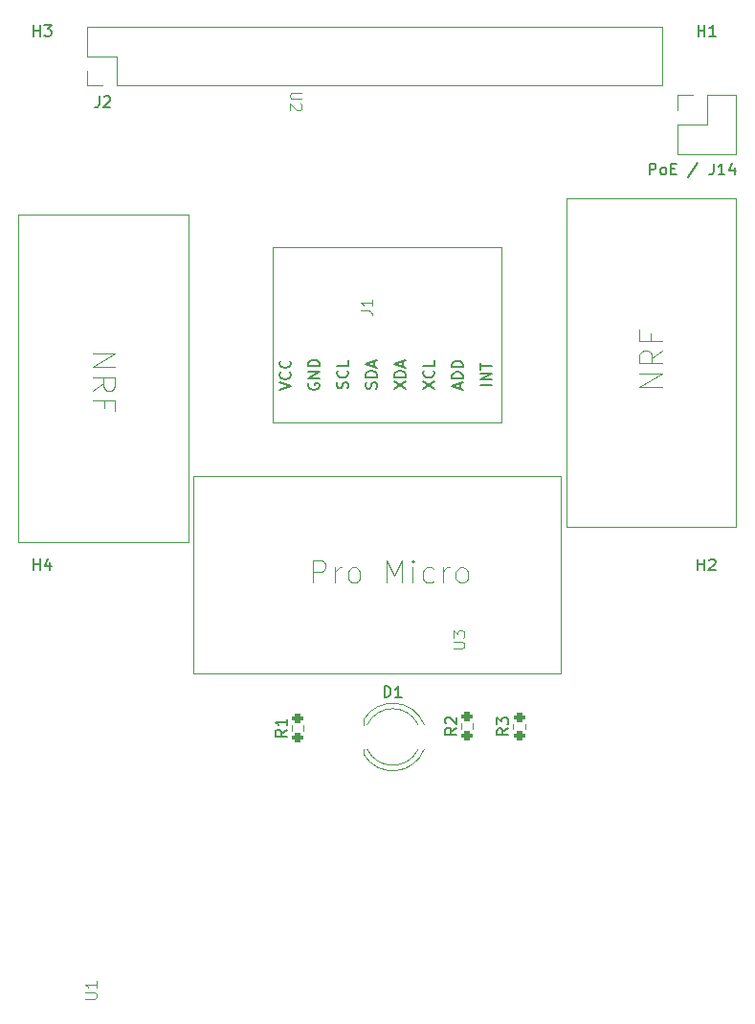
<source format=gbr>
G04 #@! TF.GenerationSoftware,KiCad,Pcbnew,8.0.2*
G04 #@! TF.CreationDate,2024-06-19T11:25:55-04:00*
G04 #@! TF.ProjectId,StringsVR-PiHat,53747269-6e67-4735-9652-2d5069486174,1*
G04 #@! TF.SameCoordinates,Original*
G04 #@! TF.FileFunction,Legend,Top*
G04 #@! TF.FilePolarity,Positive*
%FSLAX46Y46*%
G04 Gerber Fmt 4.6, Leading zero omitted, Abs format (unit mm)*
G04 Created by KiCad (PCBNEW 8.0.2) date 2024-06-19 11:25:55*
%MOMM*%
%LPD*%
G01*
G04 APERTURE LIST*
G04 Aperture macros list*
%AMRoundRect*
0 Rectangle with rounded corners*
0 $1 Rounding radius*
0 $2 $3 $4 $5 $6 $7 $8 $9 X,Y pos of 4 corners*
0 Add a 4 corners polygon primitive as box body*
4,1,4,$2,$3,$4,$5,$6,$7,$8,$9,$2,$3,0*
0 Add four circle primitives for the rounded corners*
1,1,$1+$1,$2,$3*
1,1,$1+$1,$4,$5*
1,1,$1+$1,$6,$7*
1,1,$1+$1,$8,$9*
0 Add four rect primitives between the rounded corners*
20,1,$1+$1,$2,$3,$4,$5,0*
20,1,$1+$1,$4,$5,$6,$7,0*
20,1,$1+$1,$6,$7,$8,$9,0*
20,1,$1+$1,$8,$9,$2,$3,0*%
G04 Aperture macros list end*
%ADD10C,0.150000*%
%ADD11C,0.100000*%
%ADD12C,0.120000*%
%ADD13R,1.700000X1.700000*%
%ADD14O,1.700000X1.700000*%
%ADD15C,2.700000*%
%ADD16RoundRect,0.200000X0.275000X-0.200000X0.275000X0.200000X-0.275000X0.200000X-0.275000X-0.200000X0*%
%ADD17C,2.000000*%
%ADD18R,1.070000X1.800000*%
%ADD19O,1.070000X1.800000*%
%ADD20C,1.500000*%
G04 APERTURE END LIST*
D10*
X171844285Y-85514819D02*
X171844285Y-84514819D01*
X171844285Y-84514819D02*
X172225237Y-84514819D01*
X172225237Y-84514819D02*
X172320475Y-84562438D01*
X172320475Y-84562438D02*
X172368094Y-84610057D01*
X172368094Y-84610057D02*
X172415713Y-84705295D01*
X172415713Y-84705295D02*
X172415713Y-84848152D01*
X172415713Y-84848152D02*
X172368094Y-84943390D01*
X172368094Y-84943390D02*
X172320475Y-84991009D01*
X172320475Y-84991009D02*
X172225237Y-85038628D01*
X172225237Y-85038628D02*
X171844285Y-85038628D01*
X172987142Y-85514819D02*
X172891904Y-85467200D01*
X172891904Y-85467200D02*
X172844285Y-85419580D01*
X172844285Y-85419580D02*
X172796666Y-85324342D01*
X172796666Y-85324342D02*
X172796666Y-85038628D01*
X172796666Y-85038628D02*
X172844285Y-84943390D01*
X172844285Y-84943390D02*
X172891904Y-84895771D01*
X172891904Y-84895771D02*
X172987142Y-84848152D01*
X172987142Y-84848152D02*
X173129999Y-84848152D01*
X173129999Y-84848152D02*
X173225237Y-84895771D01*
X173225237Y-84895771D02*
X173272856Y-84943390D01*
X173272856Y-84943390D02*
X173320475Y-85038628D01*
X173320475Y-85038628D02*
X173320475Y-85324342D01*
X173320475Y-85324342D02*
X173272856Y-85419580D01*
X173272856Y-85419580D02*
X173225237Y-85467200D01*
X173225237Y-85467200D02*
X173129999Y-85514819D01*
X173129999Y-85514819D02*
X172987142Y-85514819D01*
X173749047Y-84991009D02*
X174082380Y-84991009D01*
X174225237Y-85514819D02*
X173749047Y-85514819D01*
X173749047Y-85514819D02*
X173749047Y-84514819D01*
X173749047Y-84514819D02*
X174225237Y-84514819D01*
X176129999Y-84467200D02*
X175272857Y-85752914D01*
X177510952Y-84514819D02*
X177510952Y-85229104D01*
X177510952Y-85229104D02*
X177463333Y-85371961D01*
X177463333Y-85371961D02*
X177368095Y-85467200D01*
X177368095Y-85467200D02*
X177225238Y-85514819D01*
X177225238Y-85514819D02*
X177130000Y-85514819D01*
X178510952Y-85514819D02*
X177939524Y-85514819D01*
X178225238Y-85514819D02*
X178225238Y-84514819D01*
X178225238Y-84514819D02*
X178130000Y-84657676D01*
X178130000Y-84657676D02*
X178034762Y-84752914D01*
X178034762Y-84752914D02*
X177939524Y-84800533D01*
X179368095Y-84848152D02*
X179368095Y-85514819D01*
X179130000Y-84467200D02*
X178891905Y-85181485D01*
X178891905Y-85181485D02*
X179510952Y-85181485D01*
X117348095Y-73264819D02*
X117348095Y-72264819D01*
X117348095Y-72741009D02*
X117919523Y-72741009D01*
X117919523Y-73264819D02*
X117919523Y-72264819D01*
X118300476Y-72264819D02*
X118919523Y-72264819D01*
X118919523Y-72264819D02*
X118586190Y-72645771D01*
X118586190Y-72645771D02*
X118729047Y-72645771D01*
X118729047Y-72645771D02*
X118824285Y-72693390D01*
X118824285Y-72693390D02*
X118871904Y-72741009D01*
X118871904Y-72741009D02*
X118919523Y-72836247D01*
X118919523Y-72836247D02*
X118919523Y-73074342D01*
X118919523Y-73074342D02*
X118871904Y-73169580D01*
X118871904Y-73169580D02*
X118824285Y-73217200D01*
X118824285Y-73217200D02*
X118729047Y-73264819D01*
X118729047Y-73264819D02*
X118443333Y-73264819D01*
X118443333Y-73264819D02*
X118348095Y-73217200D01*
X118348095Y-73217200D02*
X118300476Y-73169580D01*
X154744819Y-134401666D02*
X154268628Y-134734999D01*
X154744819Y-134973094D02*
X153744819Y-134973094D01*
X153744819Y-134973094D02*
X153744819Y-134592142D01*
X153744819Y-134592142D02*
X153792438Y-134496904D01*
X153792438Y-134496904D02*
X153840057Y-134449285D01*
X153840057Y-134449285D02*
X153935295Y-134401666D01*
X153935295Y-134401666D02*
X154078152Y-134401666D01*
X154078152Y-134401666D02*
X154173390Y-134449285D01*
X154173390Y-134449285D02*
X154221009Y-134496904D01*
X154221009Y-134496904D02*
X154268628Y-134592142D01*
X154268628Y-134592142D02*
X154268628Y-134973094D01*
X153840057Y-134020713D02*
X153792438Y-133973094D01*
X153792438Y-133973094D02*
X153744819Y-133877856D01*
X153744819Y-133877856D02*
X153744819Y-133639761D01*
X153744819Y-133639761D02*
X153792438Y-133544523D01*
X153792438Y-133544523D02*
X153840057Y-133496904D01*
X153840057Y-133496904D02*
X153935295Y-133449285D01*
X153935295Y-133449285D02*
X154030533Y-133449285D01*
X154030533Y-133449285D02*
X154173390Y-133496904D01*
X154173390Y-133496904D02*
X154744819Y-134068332D01*
X154744819Y-134068332D02*
X154744819Y-133449285D01*
X159344819Y-134451666D02*
X158868628Y-134784999D01*
X159344819Y-135023094D02*
X158344819Y-135023094D01*
X158344819Y-135023094D02*
X158344819Y-134642142D01*
X158344819Y-134642142D02*
X158392438Y-134546904D01*
X158392438Y-134546904D02*
X158440057Y-134499285D01*
X158440057Y-134499285D02*
X158535295Y-134451666D01*
X158535295Y-134451666D02*
X158678152Y-134451666D01*
X158678152Y-134451666D02*
X158773390Y-134499285D01*
X158773390Y-134499285D02*
X158821009Y-134546904D01*
X158821009Y-134546904D02*
X158868628Y-134642142D01*
X158868628Y-134642142D02*
X158868628Y-135023094D01*
X158344819Y-134118332D02*
X158344819Y-133499285D01*
X158344819Y-133499285D02*
X158725771Y-133832618D01*
X158725771Y-133832618D02*
X158725771Y-133689761D01*
X158725771Y-133689761D02*
X158773390Y-133594523D01*
X158773390Y-133594523D02*
X158821009Y-133546904D01*
X158821009Y-133546904D02*
X158916247Y-133499285D01*
X158916247Y-133499285D02*
X159154342Y-133499285D01*
X159154342Y-133499285D02*
X159249580Y-133546904D01*
X159249580Y-133546904D02*
X159297200Y-133594523D01*
X159297200Y-133594523D02*
X159344819Y-133689761D01*
X159344819Y-133689761D02*
X159344819Y-133975475D01*
X159344819Y-133975475D02*
X159297200Y-134070713D01*
X159297200Y-134070713D02*
X159249580Y-134118332D01*
D11*
X141062580Y-78248095D02*
X140253057Y-78248095D01*
X140253057Y-78248095D02*
X140157819Y-78295714D01*
X140157819Y-78295714D02*
X140110200Y-78343333D01*
X140110200Y-78343333D02*
X140062580Y-78438571D01*
X140062580Y-78438571D02*
X140062580Y-78629047D01*
X140062580Y-78629047D02*
X140110200Y-78724285D01*
X140110200Y-78724285D02*
X140157819Y-78771904D01*
X140157819Y-78771904D02*
X140253057Y-78819523D01*
X140253057Y-78819523D02*
X141062580Y-78819523D01*
X140967342Y-79248095D02*
X141014961Y-79295714D01*
X141014961Y-79295714D02*
X141062580Y-79390952D01*
X141062580Y-79390952D02*
X141062580Y-79629047D01*
X141062580Y-79629047D02*
X141014961Y-79724285D01*
X141014961Y-79724285D02*
X140967342Y-79771904D01*
X140967342Y-79771904D02*
X140872104Y-79819523D01*
X140872104Y-79819523D02*
X140776866Y-79819523D01*
X140776866Y-79819523D02*
X140634009Y-79771904D01*
X140634009Y-79771904D02*
X140062580Y-79200476D01*
X140062580Y-79200476D02*
X140062580Y-79819523D01*
X122569961Y-101351979D02*
X124569961Y-101351979D01*
X124569961Y-101351979D02*
X122569961Y-102494836D01*
X122569961Y-102494836D02*
X124569961Y-102494836D01*
X122569961Y-104590074D02*
X123522342Y-103923407D01*
X122569961Y-103447217D02*
X124569961Y-103447217D01*
X124569961Y-103447217D02*
X124569961Y-104209122D01*
X124569961Y-104209122D02*
X124474723Y-104399598D01*
X124474723Y-104399598D02*
X124379485Y-104494836D01*
X124379485Y-104494836D02*
X124189009Y-104590074D01*
X124189009Y-104590074D02*
X123903295Y-104590074D01*
X123903295Y-104590074D02*
X123712819Y-104494836D01*
X123712819Y-104494836D02*
X123617580Y-104399598D01*
X123617580Y-104399598D02*
X123522342Y-104209122D01*
X123522342Y-104209122D02*
X123522342Y-103447217D01*
X123617580Y-106113884D02*
X123617580Y-105447217D01*
X122569961Y-105447217D02*
X124569961Y-105447217D01*
X124569961Y-105447217D02*
X124569961Y-106399598D01*
X154477419Y-127371904D02*
X155286942Y-127371904D01*
X155286942Y-127371904D02*
X155382180Y-127324285D01*
X155382180Y-127324285D02*
X155429800Y-127276666D01*
X155429800Y-127276666D02*
X155477419Y-127181428D01*
X155477419Y-127181428D02*
X155477419Y-126990952D01*
X155477419Y-126990952D02*
X155429800Y-126895714D01*
X155429800Y-126895714D02*
X155382180Y-126848095D01*
X155382180Y-126848095D02*
X155286942Y-126800476D01*
X155286942Y-126800476D02*
X154477419Y-126800476D01*
X154477419Y-126419523D02*
X154477419Y-125800476D01*
X154477419Y-125800476D02*
X154858371Y-126133809D01*
X154858371Y-126133809D02*
X154858371Y-125990952D01*
X154858371Y-125990952D02*
X154905990Y-125895714D01*
X154905990Y-125895714D02*
X154953609Y-125848095D01*
X154953609Y-125848095D02*
X155048847Y-125800476D01*
X155048847Y-125800476D02*
X155286942Y-125800476D01*
X155286942Y-125800476D02*
X155382180Y-125848095D01*
X155382180Y-125848095D02*
X155429800Y-125895714D01*
X155429800Y-125895714D02*
X155477419Y-125990952D01*
X155477419Y-125990952D02*
X155477419Y-126276666D01*
X155477419Y-126276666D02*
X155429800Y-126371904D01*
X155429800Y-126371904D02*
X155382180Y-126419523D01*
X172970038Y-104268020D02*
X170970038Y-104268020D01*
X170970038Y-104268020D02*
X172970038Y-103125163D01*
X172970038Y-103125163D02*
X170970038Y-103125163D01*
X172970038Y-101029925D02*
X172017657Y-101696592D01*
X172970038Y-102172782D02*
X170970038Y-102172782D01*
X170970038Y-102172782D02*
X170970038Y-101410877D01*
X170970038Y-101410877D02*
X171065276Y-101220401D01*
X171065276Y-101220401D02*
X171160514Y-101125163D01*
X171160514Y-101125163D02*
X171350990Y-101029925D01*
X171350990Y-101029925D02*
X171636704Y-101029925D01*
X171636704Y-101029925D02*
X171827180Y-101125163D01*
X171827180Y-101125163D02*
X171922419Y-101220401D01*
X171922419Y-101220401D02*
X172017657Y-101410877D01*
X172017657Y-101410877D02*
X172017657Y-102172782D01*
X171922419Y-99506115D02*
X171922419Y-100172782D01*
X172970038Y-100172782D02*
X170970038Y-100172782D01*
X170970038Y-100172782D02*
X170970038Y-99220401D01*
D10*
X148386905Y-131704819D02*
X148386905Y-130704819D01*
X148386905Y-130704819D02*
X148625000Y-130704819D01*
X148625000Y-130704819D02*
X148767857Y-130752438D01*
X148767857Y-130752438D02*
X148863095Y-130847676D01*
X148863095Y-130847676D02*
X148910714Y-130942914D01*
X148910714Y-130942914D02*
X148958333Y-131133390D01*
X148958333Y-131133390D02*
X148958333Y-131276247D01*
X148958333Y-131276247D02*
X148910714Y-131466723D01*
X148910714Y-131466723D02*
X148863095Y-131561961D01*
X148863095Y-131561961D02*
X148767857Y-131657200D01*
X148767857Y-131657200D02*
X148625000Y-131704819D01*
X148625000Y-131704819D02*
X148386905Y-131704819D01*
X149910714Y-131704819D02*
X149339286Y-131704819D01*
X149625000Y-131704819D02*
X149625000Y-130704819D01*
X149625000Y-130704819D02*
X149529762Y-130847676D01*
X149529762Y-130847676D02*
X149434524Y-130942914D01*
X149434524Y-130942914D02*
X149339286Y-130990533D01*
X139744819Y-134576666D02*
X139268628Y-134909999D01*
X139744819Y-135148094D02*
X138744819Y-135148094D01*
X138744819Y-135148094D02*
X138744819Y-134767142D01*
X138744819Y-134767142D02*
X138792438Y-134671904D01*
X138792438Y-134671904D02*
X138840057Y-134624285D01*
X138840057Y-134624285D02*
X138935295Y-134576666D01*
X138935295Y-134576666D02*
X139078152Y-134576666D01*
X139078152Y-134576666D02*
X139173390Y-134624285D01*
X139173390Y-134624285D02*
X139221009Y-134671904D01*
X139221009Y-134671904D02*
X139268628Y-134767142D01*
X139268628Y-134767142D02*
X139268628Y-135148094D01*
X139744819Y-133624285D02*
X139744819Y-134195713D01*
X139744819Y-133909999D02*
X138744819Y-133909999D01*
X138744819Y-133909999D02*
X138887676Y-134005237D01*
X138887676Y-134005237D02*
X138982914Y-134100475D01*
X138982914Y-134100475D02*
X139030533Y-134195713D01*
D11*
X121917419Y-158371904D02*
X122726942Y-158371904D01*
X122726942Y-158371904D02*
X122822180Y-158324285D01*
X122822180Y-158324285D02*
X122869800Y-158276666D01*
X122869800Y-158276666D02*
X122917419Y-158181428D01*
X122917419Y-158181428D02*
X122917419Y-157990952D01*
X122917419Y-157990952D02*
X122869800Y-157895714D01*
X122869800Y-157895714D02*
X122822180Y-157848095D01*
X122822180Y-157848095D02*
X122726942Y-157800476D01*
X122726942Y-157800476D02*
X121917419Y-157800476D01*
X122917419Y-156800476D02*
X122917419Y-157371904D01*
X122917419Y-157086190D02*
X121917419Y-157086190D01*
X121917419Y-157086190D02*
X122060276Y-157181428D01*
X122060276Y-157181428D02*
X122155514Y-157276666D01*
X122155514Y-157276666D02*
X122203133Y-157371904D01*
X142051979Y-121560038D02*
X142051979Y-119560038D01*
X142051979Y-119560038D02*
X142813884Y-119560038D01*
X142813884Y-119560038D02*
X143004360Y-119655276D01*
X143004360Y-119655276D02*
X143099598Y-119750514D01*
X143099598Y-119750514D02*
X143194836Y-119940990D01*
X143194836Y-119940990D02*
X143194836Y-120226704D01*
X143194836Y-120226704D02*
X143099598Y-120417180D01*
X143099598Y-120417180D02*
X143004360Y-120512419D01*
X143004360Y-120512419D02*
X142813884Y-120607657D01*
X142813884Y-120607657D02*
X142051979Y-120607657D01*
X144051979Y-121560038D02*
X144051979Y-120226704D01*
X144051979Y-120607657D02*
X144147217Y-120417180D01*
X144147217Y-120417180D02*
X144242455Y-120321942D01*
X144242455Y-120321942D02*
X144432931Y-120226704D01*
X144432931Y-120226704D02*
X144623408Y-120226704D01*
X145575788Y-121560038D02*
X145385312Y-121464800D01*
X145385312Y-121464800D02*
X145290074Y-121369561D01*
X145290074Y-121369561D02*
X145194836Y-121179085D01*
X145194836Y-121179085D02*
X145194836Y-120607657D01*
X145194836Y-120607657D02*
X145290074Y-120417180D01*
X145290074Y-120417180D02*
X145385312Y-120321942D01*
X145385312Y-120321942D02*
X145575788Y-120226704D01*
X145575788Y-120226704D02*
X145861503Y-120226704D01*
X145861503Y-120226704D02*
X146051979Y-120321942D01*
X146051979Y-120321942D02*
X146147217Y-120417180D01*
X146147217Y-120417180D02*
X146242455Y-120607657D01*
X146242455Y-120607657D02*
X146242455Y-121179085D01*
X146242455Y-121179085D02*
X146147217Y-121369561D01*
X146147217Y-121369561D02*
X146051979Y-121464800D01*
X146051979Y-121464800D02*
X145861503Y-121560038D01*
X145861503Y-121560038D02*
X145575788Y-121560038D01*
X148623408Y-121560038D02*
X148623408Y-119560038D01*
X148623408Y-119560038D02*
X149290075Y-120988609D01*
X149290075Y-120988609D02*
X149956741Y-119560038D01*
X149956741Y-119560038D02*
X149956741Y-121560038D01*
X150909122Y-121560038D02*
X150909122Y-120226704D01*
X150909122Y-119560038D02*
X150813884Y-119655276D01*
X150813884Y-119655276D02*
X150909122Y-119750514D01*
X150909122Y-119750514D02*
X151004360Y-119655276D01*
X151004360Y-119655276D02*
X150909122Y-119560038D01*
X150909122Y-119560038D02*
X150909122Y-119750514D01*
X152718646Y-121464800D02*
X152528170Y-121560038D01*
X152528170Y-121560038D02*
X152147217Y-121560038D01*
X152147217Y-121560038D02*
X151956741Y-121464800D01*
X151956741Y-121464800D02*
X151861503Y-121369561D01*
X151861503Y-121369561D02*
X151766265Y-121179085D01*
X151766265Y-121179085D02*
X151766265Y-120607657D01*
X151766265Y-120607657D02*
X151861503Y-120417180D01*
X151861503Y-120417180D02*
X151956741Y-120321942D01*
X151956741Y-120321942D02*
X152147217Y-120226704D01*
X152147217Y-120226704D02*
X152528170Y-120226704D01*
X152528170Y-120226704D02*
X152718646Y-120321942D01*
X153575789Y-121560038D02*
X153575789Y-120226704D01*
X153575789Y-120607657D02*
X153671027Y-120417180D01*
X153671027Y-120417180D02*
X153766265Y-120321942D01*
X153766265Y-120321942D02*
X153956741Y-120226704D01*
X153956741Y-120226704D02*
X154147218Y-120226704D01*
X155099598Y-121560038D02*
X154909122Y-121464800D01*
X154909122Y-121464800D02*
X154813884Y-121369561D01*
X154813884Y-121369561D02*
X154718646Y-121179085D01*
X154718646Y-121179085D02*
X154718646Y-120607657D01*
X154718646Y-120607657D02*
X154813884Y-120417180D01*
X154813884Y-120417180D02*
X154909122Y-120321942D01*
X154909122Y-120321942D02*
X155099598Y-120226704D01*
X155099598Y-120226704D02*
X155385313Y-120226704D01*
X155385313Y-120226704D02*
X155575789Y-120321942D01*
X155575789Y-120321942D02*
X155671027Y-120417180D01*
X155671027Y-120417180D02*
X155766265Y-120607657D01*
X155766265Y-120607657D02*
X155766265Y-121179085D01*
X155766265Y-121179085D02*
X155671027Y-121369561D01*
X155671027Y-121369561D02*
X155575789Y-121464800D01*
X155575789Y-121464800D02*
X155385313Y-121560038D01*
X155385313Y-121560038D02*
X155099598Y-121560038D01*
D10*
X176118095Y-120484819D02*
X176118095Y-119484819D01*
X176118095Y-119961009D02*
X176689523Y-119961009D01*
X176689523Y-120484819D02*
X176689523Y-119484819D01*
X177118095Y-119580057D02*
X177165714Y-119532438D01*
X177165714Y-119532438D02*
X177260952Y-119484819D01*
X177260952Y-119484819D02*
X177499047Y-119484819D01*
X177499047Y-119484819D02*
X177594285Y-119532438D01*
X177594285Y-119532438D02*
X177641904Y-119580057D01*
X177641904Y-119580057D02*
X177689523Y-119675295D01*
X177689523Y-119675295D02*
X177689523Y-119770533D01*
X177689523Y-119770533D02*
X177641904Y-119913390D01*
X177641904Y-119913390D02*
X177070476Y-120484819D01*
X177070476Y-120484819D02*
X177689523Y-120484819D01*
X176158095Y-73264819D02*
X176158095Y-72264819D01*
X176158095Y-72741009D02*
X176729523Y-72741009D01*
X176729523Y-73264819D02*
X176729523Y-72264819D01*
X177729523Y-73264819D02*
X177158095Y-73264819D01*
X177443809Y-73264819D02*
X177443809Y-72264819D01*
X177443809Y-72264819D02*
X177348571Y-72407676D01*
X177348571Y-72407676D02*
X177253333Y-72502914D01*
X177253333Y-72502914D02*
X177158095Y-72550533D01*
X117338095Y-120464819D02*
X117338095Y-119464819D01*
X117338095Y-119941009D02*
X117909523Y-119941009D01*
X117909523Y-120464819D02*
X117909523Y-119464819D01*
X118814285Y-119798152D02*
X118814285Y-120464819D01*
X118576190Y-119417200D02*
X118338095Y-120131485D01*
X118338095Y-120131485D02*
X118957142Y-120131485D01*
X123156666Y-78564819D02*
X123156666Y-79279104D01*
X123156666Y-79279104D02*
X123109047Y-79421961D01*
X123109047Y-79421961D02*
X123013809Y-79517200D01*
X123013809Y-79517200D02*
X122870952Y-79564819D01*
X122870952Y-79564819D02*
X122775714Y-79564819D01*
X123585238Y-78660057D02*
X123632857Y-78612438D01*
X123632857Y-78612438D02*
X123728095Y-78564819D01*
X123728095Y-78564819D02*
X123966190Y-78564819D01*
X123966190Y-78564819D02*
X124061428Y-78612438D01*
X124061428Y-78612438D02*
X124109047Y-78660057D01*
X124109047Y-78660057D02*
X124156666Y-78755295D01*
X124156666Y-78755295D02*
X124156666Y-78850533D01*
X124156666Y-78850533D02*
X124109047Y-78993390D01*
X124109047Y-78993390D02*
X123537619Y-79564819D01*
X123537619Y-79564819D02*
X124156666Y-79564819D01*
D11*
X146277419Y-97543333D02*
X146991704Y-97543333D01*
X146991704Y-97543333D02*
X147134561Y-97590952D01*
X147134561Y-97590952D02*
X147229800Y-97686190D01*
X147229800Y-97686190D02*
X147277419Y-97829047D01*
X147277419Y-97829047D02*
X147277419Y-97924285D01*
X147277419Y-96543333D02*
X147277419Y-97114761D01*
X147277419Y-96829047D02*
X146277419Y-96829047D01*
X146277419Y-96829047D02*
X146420276Y-96924285D01*
X146420276Y-96924285D02*
X146515514Y-97019523D01*
X146515514Y-97019523D02*
X146563133Y-97114761D01*
D10*
X157899819Y-104104761D02*
X156899819Y-104104761D01*
X157899819Y-103628571D02*
X156899819Y-103628571D01*
X156899819Y-103628571D02*
X157899819Y-103057143D01*
X157899819Y-103057143D02*
X156899819Y-103057143D01*
X156899819Y-102723809D02*
X156899819Y-102152381D01*
X157899819Y-102438095D02*
X156899819Y-102438095D01*
X141707438Y-103961904D02*
X141659819Y-104057142D01*
X141659819Y-104057142D02*
X141659819Y-104199999D01*
X141659819Y-104199999D02*
X141707438Y-104342856D01*
X141707438Y-104342856D02*
X141802676Y-104438094D01*
X141802676Y-104438094D02*
X141897914Y-104485713D01*
X141897914Y-104485713D02*
X142088390Y-104533332D01*
X142088390Y-104533332D02*
X142231247Y-104533332D01*
X142231247Y-104533332D02*
X142421723Y-104485713D01*
X142421723Y-104485713D02*
X142516961Y-104438094D01*
X142516961Y-104438094D02*
X142612200Y-104342856D01*
X142612200Y-104342856D02*
X142659819Y-104199999D01*
X142659819Y-104199999D02*
X142659819Y-104104761D01*
X142659819Y-104104761D02*
X142612200Y-103961904D01*
X142612200Y-103961904D02*
X142564580Y-103914285D01*
X142564580Y-103914285D02*
X142231247Y-103914285D01*
X142231247Y-103914285D02*
X142231247Y-104104761D01*
X142659819Y-103485713D02*
X141659819Y-103485713D01*
X141659819Y-103485713D02*
X142659819Y-102914285D01*
X142659819Y-102914285D02*
X141659819Y-102914285D01*
X142659819Y-102438094D02*
X141659819Y-102438094D01*
X141659819Y-102438094D02*
X141659819Y-102199999D01*
X141659819Y-102199999D02*
X141707438Y-102057142D01*
X141707438Y-102057142D02*
X141802676Y-101961904D01*
X141802676Y-101961904D02*
X141897914Y-101914285D01*
X141897914Y-101914285D02*
X142088390Y-101866666D01*
X142088390Y-101866666D02*
X142231247Y-101866666D01*
X142231247Y-101866666D02*
X142421723Y-101914285D01*
X142421723Y-101914285D02*
X142516961Y-101961904D01*
X142516961Y-101961904D02*
X142612200Y-102057142D01*
X142612200Y-102057142D02*
X142659819Y-102199999D01*
X142659819Y-102199999D02*
X142659819Y-102438094D01*
X139119819Y-104533332D02*
X140119819Y-104199999D01*
X140119819Y-104199999D02*
X139119819Y-103866666D01*
X140024580Y-102961904D02*
X140072200Y-103009523D01*
X140072200Y-103009523D02*
X140119819Y-103152380D01*
X140119819Y-103152380D02*
X140119819Y-103247618D01*
X140119819Y-103247618D02*
X140072200Y-103390475D01*
X140072200Y-103390475D02*
X139976961Y-103485713D01*
X139976961Y-103485713D02*
X139881723Y-103533332D01*
X139881723Y-103533332D02*
X139691247Y-103580951D01*
X139691247Y-103580951D02*
X139548390Y-103580951D01*
X139548390Y-103580951D02*
X139357914Y-103533332D01*
X139357914Y-103533332D02*
X139262676Y-103485713D01*
X139262676Y-103485713D02*
X139167438Y-103390475D01*
X139167438Y-103390475D02*
X139119819Y-103247618D01*
X139119819Y-103247618D02*
X139119819Y-103152380D01*
X139119819Y-103152380D02*
X139167438Y-103009523D01*
X139167438Y-103009523D02*
X139215057Y-102961904D01*
X140024580Y-101961904D02*
X140072200Y-102009523D01*
X140072200Y-102009523D02*
X140119819Y-102152380D01*
X140119819Y-102152380D02*
X140119819Y-102247618D01*
X140119819Y-102247618D02*
X140072200Y-102390475D01*
X140072200Y-102390475D02*
X139976961Y-102485713D01*
X139976961Y-102485713D02*
X139881723Y-102533332D01*
X139881723Y-102533332D02*
X139691247Y-102580951D01*
X139691247Y-102580951D02*
X139548390Y-102580951D01*
X139548390Y-102580951D02*
X139357914Y-102533332D01*
X139357914Y-102533332D02*
X139262676Y-102485713D01*
X139262676Y-102485713D02*
X139167438Y-102390475D01*
X139167438Y-102390475D02*
X139119819Y-102247618D01*
X139119819Y-102247618D02*
X139119819Y-102152380D01*
X139119819Y-102152380D02*
X139167438Y-102009523D01*
X139167438Y-102009523D02*
X139215057Y-101961904D01*
X147692200Y-104414285D02*
X147739819Y-104271428D01*
X147739819Y-104271428D02*
X147739819Y-104033333D01*
X147739819Y-104033333D02*
X147692200Y-103938095D01*
X147692200Y-103938095D02*
X147644580Y-103890476D01*
X147644580Y-103890476D02*
X147549342Y-103842857D01*
X147549342Y-103842857D02*
X147454104Y-103842857D01*
X147454104Y-103842857D02*
X147358866Y-103890476D01*
X147358866Y-103890476D02*
X147311247Y-103938095D01*
X147311247Y-103938095D02*
X147263628Y-104033333D01*
X147263628Y-104033333D02*
X147216009Y-104223809D01*
X147216009Y-104223809D02*
X147168390Y-104319047D01*
X147168390Y-104319047D02*
X147120771Y-104366666D01*
X147120771Y-104366666D02*
X147025533Y-104414285D01*
X147025533Y-104414285D02*
X146930295Y-104414285D01*
X146930295Y-104414285D02*
X146835057Y-104366666D01*
X146835057Y-104366666D02*
X146787438Y-104319047D01*
X146787438Y-104319047D02*
X146739819Y-104223809D01*
X146739819Y-104223809D02*
X146739819Y-103985714D01*
X146739819Y-103985714D02*
X146787438Y-103842857D01*
X147739819Y-103414285D02*
X146739819Y-103414285D01*
X146739819Y-103414285D02*
X146739819Y-103176190D01*
X146739819Y-103176190D02*
X146787438Y-103033333D01*
X146787438Y-103033333D02*
X146882676Y-102938095D01*
X146882676Y-102938095D02*
X146977914Y-102890476D01*
X146977914Y-102890476D02*
X147168390Y-102842857D01*
X147168390Y-102842857D02*
X147311247Y-102842857D01*
X147311247Y-102842857D02*
X147501723Y-102890476D01*
X147501723Y-102890476D02*
X147596961Y-102938095D01*
X147596961Y-102938095D02*
X147692200Y-103033333D01*
X147692200Y-103033333D02*
X147739819Y-103176190D01*
X147739819Y-103176190D02*
X147739819Y-103414285D01*
X147454104Y-102461904D02*
X147454104Y-101985714D01*
X147739819Y-102557142D02*
X146739819Y-102223809D01*
X146739819Y-102223809D02*
X147739819Y-101890476D01*
X151819819Y-104438094D02*
X152819819Y-103771428D01*
X151819819Y-103771428D02*
X152819819Y-104438094D01*
X152724580Y-102819047D02*
X152772200Y-102866666D01*
X152772200Y-102866666D02*
X152819819Y-103009523D01*
X152819819Y-103009523D02*
X152819819Y-103104761D01*
X152819819Y-103104761D02*
X152772200Y-103247618D01*
X152772200Y-103247618D02*
X152676961Y-103342856D01*
X152676961Y-103342856D02*
X152581723Y-103390475D01*
X152581723Y-103390475D02*
X152391247Y-103438094D01*
X152391247Y-103438094D02*
X152248390Y-103438094D01*
X152248390Y-103438094D02*
X152057914Y-103390475D01*
X152057914Y-103390475D02*
X151962676Y-103342856D01*
X151962676Y-103342856D02*
X151867438Y-103247618D01*
X151867438Y-103247618D02*
X151819819Y-103104761D01*
X151819819Y-103104761D02*
X151819819Y-103009523D01*
X151819819Y-103009523D02*
X151867438Y-102866666D01*
X151867438Y-102866666D02*
X151915057Y-102819047D01*
X152819819Y-101914285D02*
X152819819Y-102390475D01*
X152819819Y-102390475D02*
X151819819Y-102390475D01*
X145152200Y-104390475D02*
X145199819Y-104247618D01*
X145199819Y-104247618D02*
X145199819Y-104009523D01*
X145199819Y-104009523D02*
X145152200Y-103914285D01*
X145152200Y-103914285D02*
X145104580Y-103866666D01*
X145104580Y-103866666D02*
X145009342Y-103819047D01*
X145009342Y-103819047D02*
X144914104Y-103819047D01*
X144914104Y-103819047D02*
X144818866Y-103866666D01*
X144818866Y-103866666D02*
X144771247Y-103914285D01*
X144771247Y-103914285D02*
X144723628Y-104009523D01*
X144723628Y-104009523D02*
X144676009Y-104199999D01*
X144676009Y-104199999D02*
X144628390Y-104295237D01*
X144628390Y-104295237D02*
X144580771Y-104342856D01*
X144580771Y-104342856D02*
X144485533Y-104390475D01*
X144485533Y-104390475D02*
X144390295Y-104390475D01*
X144390295Y-104390475D02*
X144295057Y-104342856D01*
X144295057Y-104342856D02*
X144247438Y-104295237D01*
X144247438Y-104295237D02*
X144199819Y-104199999D01*
X144199819Y-104199999D02*
X144199819Y-103961904D01*
X144199819Y-103961904D02*
X144247438Y-103819047D01*
X145104580Y-102819047D02*
X145152200Y-102866666D01*
X145152200Y-102866666D02*
X145199819Y-103009523D01*
X145199819Y-103009523D02*
X145199819Y-103104761D01*
X145199819Y-103104761D02*
X145152200Y-103247618D01*
X145152200Y-103247618D02*
X145056961Y-103342856D01*
X145056961Y-103342856D02*
X144961723Y-103390475D01*
X144961723Y-103390475D02*
X144771247Y-103438094D01*
X144771247Y-103438094D02*
X144628390Y-103438094D01*
X144628390Y-103438094D02*
X144437914Y-103390475D01*
X144437914Y-103390475D02*
X144342676Y-103342856D01*
X144342676Y-103342856D02*
X144247438Y-103247618D01*
X144247438Y-103247618D02*
X144199819Y-103104761D01*
X144199819Y-103104761D02*
X144199819Y-103009523D01*
X144199819Y-103009523D02*
X144247438Y-102866666D01*
X144247438Y-102866666D02*
X144295057Y-102819047D01*
X145199819Y-101914285D02*
X145199819Y-102390475D01*
X145199819Y-102390475D02*
X144199819Y-102390475D01*
X149279819Y-104461904D02*
X150279819Y-103795238D01*
X149279819Y-103795238D02*
X150279819Y-104461904D01*
X150279819Y-103414285D02*
X149279819Y-103414285D01*
X149279819Y-103414285D02*
X149279819Y-103176190D01*
X149279819Y-103176190D02*
X149327438Y-103033333D01*
X149327438Y-103033333D02*
X149422676Y-102938095D01*
X149422676Y-102938095D02*
X149517914Y-102890476D01*
X149517914Y-102890476D02*
X149708390Y-102842857D01*
X149708390Y-102842857D02*
X149851247Y-102842857D01*
X149851247Y-102842857D02*
X150041723Y-102890476D01*
X150041723Y-102890476D02*
X150136961Y-102938095D01*
X150136961Y-102938095D02*
X150232200Y-103033333D01*
X150232200Y-103033333D02*
X150279819Y-103176190D01*
X150279819Y-103176190D02*
X150279819Y-103414285D01*
X149994104Y-102461904D02*
X149994104Y-101985714D01*
X150279819Y-102557142D02*
X149279819Y-102223809D01*
X149279819Y-102223809D02*
X150279819Y-101890476D01*
X155074104Y-104438094D02*
X155074104Y-103961904D01*
X155359819Y-104533332D02*
X154359819Y-104199999D01*
X154359819Y-104199999D02*
X155359819Y-103866666D01*
X155359819Y-103533332D02*
X154359819Y-103533332D01*
X154359819Y-103533332D02*
X154359819Y-103295237D01*
X154359819Y-103295237D02*
X154407438Y-103152380D01*
X154407438Y-103152380D02*
X154502676Y-103057142D01*
X154502676Y-103057142D02*
X154597914Y-103009523D01*
X154597914Y-103009523D02*
X154788390Y-102961904D01*
X154788390Y-102961904D02*
X154931247Y-102961904D01*
X154931247Y-102961904D02*
X155121723Y-103009523D01*
X155121723Y-103009523D02*
X155216961Y-103057142D01*
X155216961Y-103057142D02*
X155312200Y-103152380D01*
X155312200Y-103152380D02*
X155359819Y-103295237D01*
X155359819Y-103295237D02*
X155359819Y-103533332D01*
X155359819Y-102533332D02*
X154359819Y-102533332D01*
X154359819Y-102533332D02*
X154359819Y-102295237D01*
X154359819Y-102295237D02*
X154407438Y-102152380D01*
X154407438Y-102152380D02*
X154502676Y-102057142D01*
X154502676Y-102057142D02*
X154597914Y-102009523D01*
X154597914Y-102009523D02*
X154788390Y-101961904D01*
X154788390Y-101961904D02*
X154931247Y-101961904D01*
X154931247Y-101961904D02*
X155121723Y-102009523D01*
X155121723Y-102009523D02*
X155216961Y-102057142D01*
X155216961Y-102057142D02*
X155312200Y-102152380D01*
X155312200Y-102152380D02*
X155359819Y-102295237D01*
X155359819Y-102295237D02*
X155359819Y-102533332D01*
D12*
X174320000Y-78470000D02*
X175650000Y-78470000D01*
X174320000Y-79800000D02*
X174320000Y-78470000D01*
X174320000Y-81070000D02*
X174320000Y-83670000D01*
X174320000Y-81070000D02*
X176920000Y-81070000D01*
X174320000Y-83670000D02*
X179520000Y-83670000D01*
X176920000Y-78470000D02*
X179520000Y-78470000D01*
X176920000Y-81070000D02*
X176920000Y-78470000D01*
X179520000Y-78470000D02*
X179520000Y-83670000D01*
X155197500Y-134472258D02*
X155197500Y-133997742D01*
X156242500Y-134472258D02*
X156242500Y-133997742D01*
X159797500Y-134522258D02*
X159797500Y-134047742D01*
X160842500Y-134522258D02*
X160842500Y-134047742D01*
D11*
X131020000Y-89010000D02*
X116020000Y-89010000D01*
X116020000Y-118010000D01*
X131020000Y-118010000D01*
X131020000Y-89010000D01*
X164520000Y-116610000D02*
X179520000Y-116610000D01*
X179520000Y-87610000D01*
X164520000Y-87610000D01*
X164520000Y-116610000D01*
D12*
X146565000Y-133665000D02*
X146565000Y-134130000D01*
X146565000Y-136290000D02*
X146565000Y-136755000D01*
X146565000Y-133665170D02*
G75*
G02*
X151912815Y-134129173I2560000J-1544830D01*
G01*
X146870316Y-134130000D02*
G75*
G02*
X151379479Y-134129571I2254684J-1080000D01*
G01*
X151379479Y-136290429D02*
G75*
G02*
X146870316Y-136290000I-2254479J1080429D01*
G01*
X151912815Y-136290827D02*
G75*
G02*
X146565000Y-136754830I-2787815J1080827D01*
G01*
X140197500Y-134647258D02*
X140197500Y-134172742D01*
X141242500Y-134647258D02*
X141242500Y-134172742D01*
D11*
X131460000Y-129610000D02*
X163960000Y-129610000D01*
X163960000Y-112110000D01*
X131460000Y-112110000D01*
X131460000Y-129610000D01*
D12*
X122090000Y-72440000D02*
X173010000Y-72440000D01*
X122090000Y-75040000D02*
X122090000Y-72440000D01*
X122090000Y-77640000D02*
X122090000Y-76310000D01*
X123420000Y-77640000D02*
X122090000Y-77640000D01*
X124690000Y-75040000D02*
X122090000Y-75040000D01*
X124690000Y-77640000D02*
X124690000Y-75040000D01*
X124690000Y-77640000D02*
X173010000Y-77640000D01*
X173010000Y-77640000D02*
X173010000Y-72440000D01*
D11*
X138470000Y-107410000D02*
X158720000Y-107410000D01*
X158720000Y-91910000D01*
X138470000Y-91910000D01*
X138470000Y-107410000D01*
%LPC*%
D13*
X175650000Y-79800000D03*
D14*
X178190000Y-79800000D03*
X175650000Y-82340000D03*
X178190000Y-82340000D03*
D15*
X118110000Y-74930000D03*
D16*
X155720000Y-135060000D03*
X155720000Y-133410000D03*
X160320000Y-135110000D03*
X160320000Y-133460000D03*
D17*
X128980000Y-90510000D03*
X126520000Y-90510000D03*
X124060000Y-90510000D03*
X121600000Y-90510000D03*
X129000000Y-92970000D03*
X126540000Y-92970000D03*
X124080000Y-92970000D03*
X121620000Y-92970000D03*
X166560000Y-115110000D03*
X169020000Y-115110000D03*
X171480000Y-115110000D03*
X173940000Y-115110000D03*
X166540000Y-112650000D03*
X169000000Y-112650000D03*
X171460000Y-112650000D03*
X173920000Y-112650000D03*
D18*
X147220000Y-135210000D03*
D19*
X148490000Y-135210000D03*
X149760000Y-135210000D03*
X151030000Y-135210000D03*
D16*
X140720000Y-135235000D03*
X140720000Y-133585000D03*
D20*
X162960000Y-128610000D03*
X160420000Y-128610000D03*
X157880000Y-128610000D03*
X155340000Y-128610000D03*
X152800000Y-128610000D03*
X150260000Y-128610000D03*
X147720000Y-128610000D03*
X145180000Y-128610000D03*
X142640000Y-128610000D03*
X140100000Y-128610000D03*
X137560000Y-128610000D03*
X135020000Y-128610000D03*
X135180000Y-113410000D03*
X137720000Y-113410000D03*
X140260000Y-113410000D03*
X142800000Y-113410000D03*
X145340000Y-113410000D03*
X147880000Y-113410000D03*
X150420000Y-113410000D03*
X152960000Y-113410000D03*
X155500000Y-113410000D03*
X158040000Y-113410000D03*
X160580000Y-113410000D03*
X163120000Y-113410000D03*
D15*
X176880000Y-123730000D03*
X176890000Y-74940000D03*
X118100000Y-123710000D03*
D13*
X123420000Y-76310000D03*
D14*
X123420000Y-73770000D03*
X125960000Y-76310000D03*
X125960000Y-73770000D03*
X128500000Y-76310000D03*
X128500000Y-73770000D03*
X131040000Y-76310000D03*
X131040000Y-73770000D03*
X133580000Y-76310000D03*
X133580000Y-73770000D03*
X136120000Y-76310000D03*
X136120000Y-73770000D03*
X138660000Y-76310000D03*
X138660000Y-73770000D03*
X141200000Y-76310000D03*
X141200000Y-73770000D03*
X143740000Y-76310000D03*
X143740000Y-73770000D03*
X146280000Y-76310000D03*
X146280000Y-73770000D03*
X148820000Y-76310000D03*
X148820000Y-73770000D03*
X151360000Y-76310000D03*
X151360000Y-73770000D03*
X153900000Y-76310000D03*
X153900000Y-73770000D03*
X156440000Y-76310000D03*
X156440000Y-73770000D03*
X158980000Y-76310000D03*
X158980000Y-73770000D03*
X161520000Y-76310000D03*
X161520000Y-73770000D03*
X164060000Y-76310000D03*
X164060000Y-73770000D03*
X166600000Y-76310000D03*
X166600000Y-73770000D03*
X169140000Y-76310000D03*
X169140000Y-73770000D03*
X171680000Y-76310000D03*
X171680000Y-73770000D03*
D17*
X139735000Y-106160000D03*
X142275000Y-106160000D03*
X144815000Y-106160000D03*
X147355000Y-106160000D03*
X149895000Y-106160000D03*
X152435000Y-106160000D03*
X154975000Y-106160000D03*
X157515000Y-106160000D03*
%LPD*%
M02*

</source>
